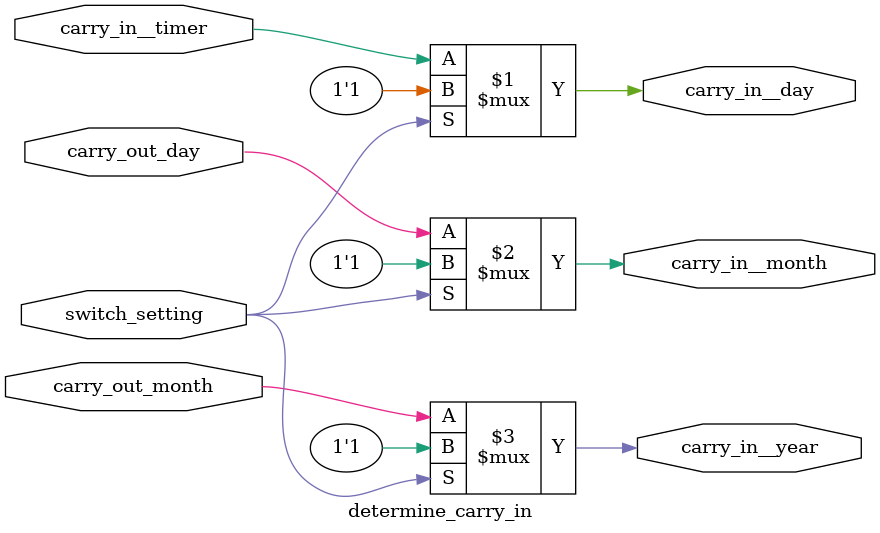
<source format=v>
module determine_carry_in(
  output carry_in__day,
  output carry_in__month,
  output carry_in__year,
  
  input  carry_in__timer,
  input  carry_out_day,
  input  carry_out_month,
  
  input  switch_setting
);

  assign carry_in__day   = (switch_setting) ? (1'b1) : (carry_in__timer);
  assign carry_in__month = (switch_setting) ? (1'b1) : (carry_out_day);
  assign carry_in__year  = (switch_setting) ? (1'b1) : (carry_out_month);
  
endmodule
</source>
